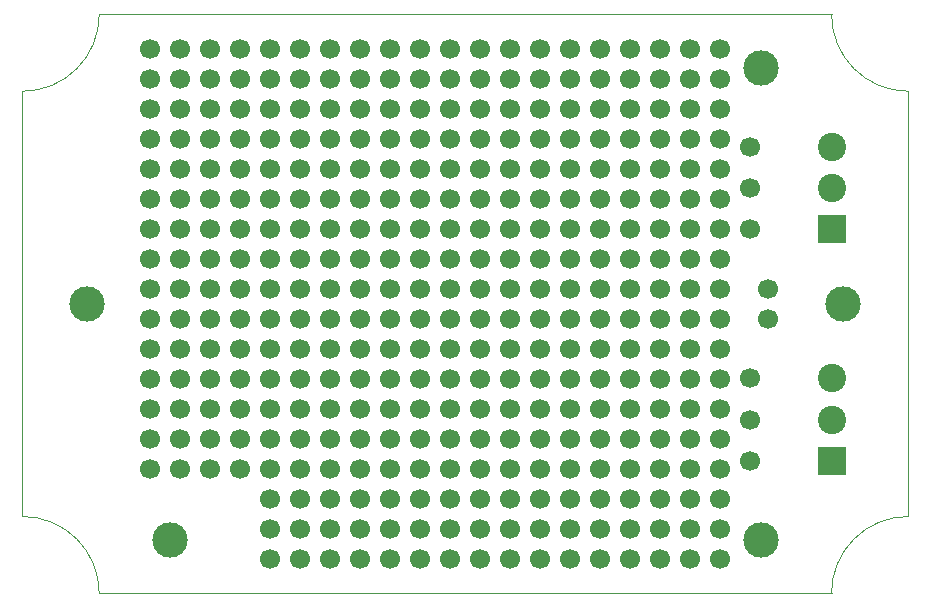
<source format=gbr>
G04 #@! TF.GenerationSoftware,KiCad,Pcbnew,7.0.11+dfsg-1build4*
G04 #@! TF.CreationDate,2025-11-24T12:58:41-05:00*
G04 #@! TF.ProjectId,MCU_PROTO_83x58mm,4d43555f-5052-44f5-944f-5f3833783538,rev?*
G04 #@! TF.SameCoordinates,Original*
G04 #@! TF.FileFunction,Soldermask,Top*
G04 #@! TF.FilePolarity,Negative*
%FSLAX46Y46*%
G04 Gerber Fmt 4.6, Leading zero omitted, Abs format (unit mm)*
G04 Created by KiCad (PCBNEW 7.0.11+dfsg-1build4) date 2025-11-24 12:58:41*
%MOMM*%
%LPD*%
G01*
G04 APERTURE LIST*
%ADD10C,1.700000*%
%ADD11R,2.400000X2.400000*%
%ADD12C,2.400000*%
%ADD13C,3.000000*%
G04 #@! TA.AperFunction,Profile*
%ADD14C,0.050000*%
G04 #@! TD*
G04 APERTURE END LIST*
D10*
X159020000Y-146090000D03*
X156480000Y-146090000D03*
X153940000Y-146090000D03*
X151400000Y-146090000D03*
X148860000Y-146090000D03*
X146320000Y-146090000D03*
X143780000Y-146090000D03*
X141240000Y-146090000D03*
X138700000Y-146090000D03*
X136160000Y-146090000D03*
X133620000Y-146090000D03*
X131080000Y-146090000D03*
X128540000Y-146090000D03*
X126000000Y-146090000D03*
X123460000Y-146090000D03*
X120920000Y-146090000D03*
X159020000Y-143550000D03*
X156480000Y-143550000D03*
X153940000Y-143550000D03*
X151400000Y-143550000D03*
X148860000Y-143550000D03*
X146320000Y-143550000D03*
X143780000Y-143550000D03*
X141240000Y-143550000D03*
X138700000Y-143550000D03*
X136160000Y-143550000D03*
X133620000Y-143550000D03*
X131080000Y-143550000D03*
X128540000Y-143550000D03*
X126000000Y-143550000D03*
X123460000Y-143550000D03*
X120920000Y-143550000D03*
X159020000Y-141010000D03*
X156480000Y-141010000D03*
X153940000Y-141010000D03*
X151400000Y-141010000D03*
X148860000Y-141010000D03*
X146320000Y-141010000D03*
X143780000Y-141010000D03*
X141240000Y-141010000D03*
X138700000Y-141010000D03*
X136160000Y-141010000D03*
X133620000Y-141010000D03*
X131080000Y-141010000D03*
X128540000Y-141010000D03*
X126000000Y-141010000D03*
X123460000Y-141010000D03*
X120920000Y-141010000D03*
X159020000Y-138470000D03*
X156480000Y-138470000D03*
X153940000Y-138470000D03*
X151400000Y-138470000D03*
X148860000Y-138470000D03*
X146320000Y-138470000D03*
X143780000Y-138470000D03*
X141240000Y-138470000D03*
X138700000Y-138470000D03*
X136160000Y-138470000D03*
X133620000Y-138470000D03*
X131080000Y-138470000D03*
X128540000Y-138470000D03*
X126000000Y-138470000D03*
X123460000Y-138470000D03*
X120920000Y-138470000D03*
X118380000Y-138470000D03*
X115840000Y-138470000D03*
X113300000Y-138470000D03*
X110760000Y-138470000D03*
X159020000Y-135930000D03*
X156480000Y-135930000D03*
X153940000Y-135930000D03*
X151400000Y-135930000D03*
X148860000Y-135930000D03*
X146320000Y-135930000D03*
X143780000Y-135930000D03*
X141240000Y-135930000D03*
X138700000Y-135930000D03*
X136160000Y-135930000D03*
X133620000Y-135930000D03*
X131080000Y-135930000D03*
X128540000Y-135930000D03*
X126000000Y-135930000D03*
X123460000Y-135930000D03*
X120920000Y-135930000D03*
X118380000Y-135930000D03*
X115840000Y-135930000D03*
X113300000Y-135930000D03*
X110760000Y-135930000D03*
X159020000Y-133390000D03*
X156480000Y-133390000D03*
X153940000Y-133390000D03*
X151400000Y-133390000D03*
X148860000Y-133390000D03*
X146320000Y-133390000D03*
X143780000Y-133390000D03*
X141240000Y-133390000D03*
X138700000Y-133390000D03*
X136160000Y-133390000D03*
X133620000Y-133390000D03*
X131080000Y-133390000D03*
X128540000Y-133390000D03*
X126000000Y-133390000D03*
X123460000Y-133390000D03*
X120920000Y-133390000D03*
X118380000Y-133390000D03*
X115840000Y-133390000D03*
X113300000Y-133390000D03*
X110760000Y-133390000D03*
X159020000Y-130850000D03*
X156480000Y-130850000D03*
X153940000Y-130850000D03*
X151400000Y-130850000D03*
X148860000Y-130850000D03*
X146320000Y-130850000D03*
X143780000Y-130850000D03*
X141240000Y-130850000D03*
X138700000Y-130850000D03*
X136160000Y-130850000D03*
X133620000Y-130850000D03*
X131080000Y-130850000D03*
X128540000Y-130850000D03*
X126000000Y-130850000D03*
X123460000Y-130850000D03*
X120920000Y-130850000D03*
X118380000Y-130850000D03*
X115840000Y-130850000D03*
X113300000Y-130850000D03*
X110760000Y-130850000D03*
X159020000Y-128310000D03*
X156480000Y-128310000D03*
X153940000Y-128310000D03*
X151400000Y-128310000D03*
X148860000Y-128310000D03*
X146320000Y-128310000D03*
X143780000Y-128310000D03*
X141240000Y-128310000D03*
X138700000Y-128310000D03*
X136160000Y-128310000D03*
X133620000Y-128310000D03*
X131080000Y-128310000D03*
X128540000Y-128310000D03*
X126000000Y-128310000D03*
X123460000Y-128310000D03*
X120920000Y-128310000D03*
X118380000Y-128310000D03*
X115840000Y-128310000D03*
X113300000Y-128310000D03*
X110760000Y-128310000D03*
X159020000Y-125770000D03*
X156480000Y-125770000D03*
X153940000Y-125770000D03*
X151400000Y-125770000D03*
X148860000Y-125770000D03*
X146320000Y-125770000D03*
X143780000Y-125770000D03*
X141240000Y-125770000D03*
X138700000Y-125770000D03*
X136160000Y-125770000D03*
X133620000Y-125770000D03*
X131080000Y-125770000D03*
X128540000Y-125770000D03*
X126000000Y-125770000D03*
X123460000Y-125770000D03*
X120920000Y-125770000D03*
X118380000Y-125770000D03*
X115840000Y-125770000D03*
X113300000Y-125770000D03*
X110760000Y-125770000D03*
X159020000Y-123230000D03*
X156480000Y-123230000D03*
X153940000Y-123230000D03*
X151400000Y-123230000D03*
X148860000Y-123230000D03*
X146320000Y-123230000D03*
X143780000Y-123230000D03*
X141240000Y-123230000D03*
X138700000Y-123230000D03*
X136160000Y-123230000D03*
X133620000Y-123230000D03*
X131080000Y-123230000D03*
X128540000Y-123230000D03*
X126000000Y-123230000D03*
X123460000Y-123230000D03*
X120920000Y-123230000D03*
X118380000Y-123230000D03*
X115840000Y-123230000D03*
X113300000Y-123230000D03*
X110760000Y-123230000D03*
X159020000Y-120690000D03*
X156480000Y-120690000D03*
X153940000Y-120690000D03*
X151400000Y-120690000D03*
X148860000Y-120690000D03*
X146320000Y-120690000D03*
X143780000Y-120690000D03*
X141240000Y-120690000D03*
X138700000Y-120690000D03*
X136160000Y-120690000D03*
X133620000Y-120690000D03*
X131080000Y-120690000D03*
X128540000Y-120690000D03*
X126000000Y-120690000D03*
X123460000Y-120690000D03*
X120920000Y-120690000D03*
X118380000Y-120690000D03*
X115840000Y-120690000D03*
X113300000Y-120690000D03*
X110760000Y-120690000D03*
X159020000Y-118150000D03*
X156480000Y-118150000D03*
X153940000Y-118150000D03*
X151400000Y-118150000D03*
X148860000Y-118150000D03*
X146320000Y-118150000D03*
X143780000Y-118150000D03*
X141240000Y-118150000D03*
X138700000Y-118150000D03*
X136160000Y-118150000D03*
X133620000Y-118150000D03*
X131080000Y-118150000D03*
X128540000Y-118150000D03*
X126000000Y-118150000D03*
X123460000Y-118150000D03*
X120920000Y-118150000D03*
X118380000Y-118150000D03*
X115840000Y-118150000D03*
X113300000Y-118150000D03*
X110760000Y-118150000D03*
X159020000Y-115610000D03*
X156480000Y-115610000D03*
X153940000Y-115610000D03*
X151400000Y-115610000D03*
X148860000Y-115610000D03*
X146320000Y-115610000D03*
X143780000Y-115610000D03*
X141240000Y-115610000D03*
X138700000Y-115610000D03*
X136160000Y-115610000D03*
X133620000Y-115610000D03*
X131080000Y-115610000D03*
X128540000Y-115610000D03*
X126000000Y-115610000D03*
X123460000Y-115610000D03*
X120920000Y-115610000D03*
X118380000Y-115610000D03*
X115840000Y-115610000D03*
X113300000Y-115610000D03*
X110760000Y-115610000D03*
X159020000Y-113070000D03*
X156480000Y-113070000D03*
X153940000Y-113070000D03*
X151400000Y-113070000D03*
X148860000Y-113070000D03*
X146320000Y-113070000D03*
X143780000Y-113070000D03*
X141240000Y-113070000D03*
X138700000Y-113070000D03*
X136160000Y-113070000D03*
X133620000Y-113070000D03*
X131080000Y-113070000D03*
X128540000Y-113070000D03*
X126000000Y-113070000D03*
X123460000Y-113070000D03*
X120920000Y-113070000D03*
X118380000Y-113070000D03*
X115840000Y-113070000D03*
X113300000Y-113070000D03*
X110760000Y-113070000D03*
X159020000Y-110530000D03*
X156480000Y-110530000D03*
X153940000Y-110530000D03*
X151400000Y-110530000D03*
X148860000Y-110530000D03*
X146320000Y-110530000D03*
X143780000Y-110530000D03*
X141240000Y-110530000D03*
X138700000Y-110530000D03*
X136160000Y-110530000D03*
X133620000Y-110530000D03*
X131080000Y-110530000D03*
X128540000Y-110530000D03*
X126000000Y-110530000D03*
X123460000Y-110530000D03*
X120920000Y-110530000D03*
X118380000Y-110530000D03*
X115840000Y-110530000D03*
X113300000Y-110530000D03*
X110760000Y-110530000D03*
X159020000Y-107990000D03*
X156480000Y-107990000D03*
X153940000Y-107990000D03*
X151400000Y-107990000D03*
X148860000Y-107990000D03*
X146320000Y-107990000D03*
X143780000Y-107990000D03*
X141240000Y-107990000D03*
X138700000Y-107990000D03*
X136160000Y-107990000D03*
X133620000Y-107990000D03*
X131080000Y-107990000D03*
X128540000Y-107990000D03*
X126000000Y-107990000D03*
X123460000Y-107990000D03*
X120920000Y-107990000D03*
X118380000Y-107990000D03*
X115840000Y-107990000D03*
X113300000Y-107990000D03*
X110760000Y-107990000D03*
X159020000Y-105450000D03*
X156480000Y-105450000D03*
X153940000Y-105450000D03*
X151400000Y-105450000D03*
X148860000Y-105450000D03*
X146320000Y-105450000D03*
X143780000Y-105450000D03*
X141240000Y-105450000D03*
X138700000Y-105450000D03*
X136160000Y-105450000D03*
X133620000Y-105450000D03*
X131080000Y-105450000D03*
X128540000Y-105450000D03*
X126000000Y-105450000D03*
X123460000Y-105450000D03*
X120920000Y-105450000D03*
X118380000Y-105450000D03*
X115840000Y-105450000D03*
X113300000Y-105450000D03*
X110760000Y-105450000D03*
X159020000Y-102910000D03*
X156480000Y-102910000D03*
X153940000Y-102910000D03*
X151400000Y-102910000D03*
X148860000Y-102910000D03*
X146320000Y-102910000D03*
X143780000Y-102910000D03*
X141240000Y-102910000D03*
X138700000Y-102910000D03*
X136160000Y-102910000D03*
X133620000Y-102910000D03*
X131080000Y-102910000D03*
X128540000Y-102910000D03*
X126000000Y-102910000D03*
X123460000Y-102910000D03*
X120920000Y-102910000D03*
X118380000Y-102910000D03*
X115840000Y-102910000D03*
X113300000Y-102910000D03*
X110760000Y-102910000D03*
D11*
X168500000Y-137800000D03*
D12*
X168500000Y-134300000D03*
X168500000Y-130800000D03*
D11*
X168500000Y-118200000D03*
D12*
X168500000Y-114700000D03*
X168500000Y-111200000D03*
D10*
X161560000Y-137800000D03*
X161560000Y-134300000D03*
X161560000Y-130800000D03*
X161560000Y-118200000D03*
X161560000Y-114700000D03*
X161560000Y-111200000D03*
X163100000Y-125770000D03*
X163100000Y-123230000D03*
D13*
X105500000Y-124500000D03*
X162500000Y-104500000D03*
X169500000Y-124500000D03*
X162500000Y-144500000D03*
X112500000Y-144500000D03*
D14*
X175000000Y-142500000D02*
G75*
G03*
X168500000Y-149000000I0J-6500000D01*
G01*
X168500000Y-100000000D02*
G75*
G03*
X175000000Y-106500000I6500000J0D01*
G01*
X106500000Y-149000000D02*
G75*
G03*
X100000000Y-142500000I-6500000J0D01*
G01*
X100000000Y-106500000D02*
G75*
G03*
X106500000Y-100000000I0J6500000D01*
G01*
X175000000Y-106500000D02*
X175000000Y-142500000D01*
X100000000Y-106500000D02*
X100000000Y-142500000D01*
X106500000Y-149000000D02*
X168500000Y-149000000D01*
X106500000Y-100000000D02*
X168500000Y-100000000D01*
M02*

</source>
